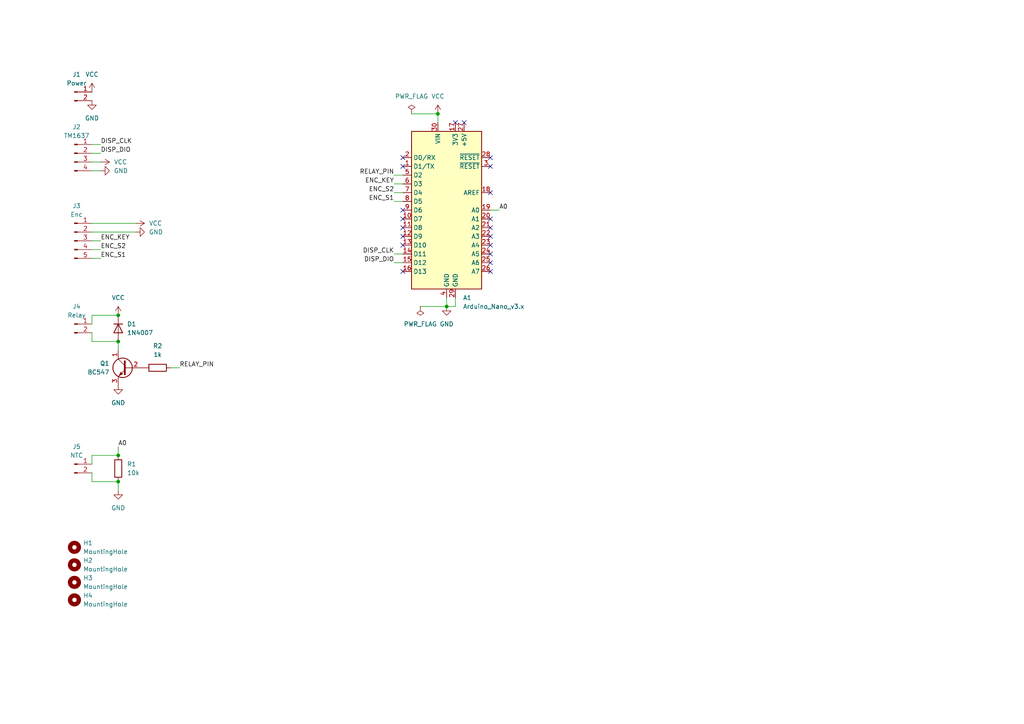
<source format=kicad_sch>
(kicad_sch (version 20231120) (generator "eeschema") (generator_version "8.0")
  (paper "A4")
  (lib_symbols
    (symbol "Connector:Conn_01x02_Pin" (pin_names (offset 1.016) hide)
      (property "Reference" "J" (at 0 2.54 0))
      (property "Value" "Conn_01x02_Pin" (at 0 -5.08 0))
      (symbol "Conn_01x02_Pin_1_1"
        (polyline (pts (xy 1.27 -2.54) (xy 0.8636 -2.54)) (stroke (width 0.1524)))
        (polyline (pts (xy 1.27 0) (xy 0.8636 0)) (stroke (width 0.1524)))
        (rectangle (start 0.8636 -2.413) (end 0 -2.667) (stroke (width 0.1524)) (fill (type outline)))
        (rectangle (start 0.8636 0.127) (end 0 -0.127) (stroke (width 0.1524)) (fill (type outline)))
        (pin passive line (at 5.08 0 180) (length 3.81) (name "Pin_1") (number "1"))
        (pin passive line (at 5.08 -2.54 180) (length 3.81) (name "Pin_2") (number "2"))
      )
    )
    (symbol "Connector:Conn_01x04_Pin" (pin_names (offset 1.016) hide)
      (property "Reference" "J" (at 0 5.08 0))
      (property "Value" "Conn_01x04_Pin" (at 0 -7.62 0))
      (symbol "Conn_01x04_Pin_1_1"
        (polyline (pts (xy 1.27 -5.08) (xy 0.8636 -5.08)) (stroke (width 0.1524)))
        (polyline (pts (xy 1.27 -2.54) (xy 0.8636 -2.54)) (stroke (width 0.1524)))
        (polyline (pts (xy 1.27 0) (xy 0.8636 0)) (stroke (width 0.1524)))
        (polyline (pts (xy 1.27 2.54) (xy 0.8636 2.54)) (stroke (width 0.1524)))
        (rectangle (start 0.8636 -4.953) (end 0 -5.207) (stroke (width 0.1524)) (fill (type outline)))
        (rectangle (start 0.8636 -2.413) (end 0 -2.667) (stroke (width 0.1524)) (fill (type outline)))
        (rectangle (start 0.8636 0.127) (end 0 -0.127) (stroke (width 0.1524)) (fill (type outline)))
        (rectangle (start 0.8636 2.667) (end 0 2.413) (stroke (width 0.1524)) (fill (type outline)))
        (pin passive line (at 5.08 2.54 180) (length 3.81) (name "Pin_1") (number "1"))
        (pin passive line (at 5.08 0 180) (length 3.81) (name "Pin_2") (number "2"))
        (pin passive line (at 5.08 -2.54 180) (length 3.81) (name "Pin_3") (number "3"))
        (pin passive line (at 5.08 -5.08 180) (length 3.81) (name "Pin_4") (number "4"))
      )
    )
    (symbol "Connector:Conn_01x05_Pin" (pin_names (offset 1.016) hide)
      (property "Reference" "J" (at 0 7.62 0))
      (property "Value" "Conn_01x05_Pin" (at 0 -7.62 0))
      (symbol "Conn_01x05_Pin_1_1"
        (polyline (pts (xy 1.27 -5.08) (xy 0.8636 -5.08)) (stroke (width 0.1524)))
        (polyline (pts (xy 1.27 -2.54) (xy 0.8636 -2.54)) (stroke (width 0.1524)))
        (polyline (pts (xy 1.27 0) (xy 0.8636 0)) (stroke (width 0.1524)))
        (polyline (pts (xy 1.27 2.54) (xy 0.8636 2.54)) (stroke (width 0.1524)))
        (polyline (pts (xy 1.27 5.08) (xy 0.8636 5.08)) (stroke (width 0.1524)))
        (rectangle (start 0.8636 -4.953) (end 0 -5.207) (stroke (width 0.1524)) (fill (type outline)))
        (rectangle (start 0.8636 -2.413) (end 0 -2.667) (stroke (width 0.1524)) (fill (type outline)))
        (rectangle (start 0.8636 0.127) (end 0 -0.127) (stroke (width 0.1524)) (fill (type outline)))
        (rectangle (start 0.8636 2.667) (end 0 2.413) (stroke (width 0.1524)) (fill (type outline)))
        (rectangle (start 0.8636 5.207) (end 0 4.953) (stroke (width 0.1524)) (fill (type outline)))
        (pin passive line (at 5.08 5.08 180) (length 3.81) (name "Pin_1") (number "1"))
        (pin passive line (at 5.08 2.54 180) (length 3.81) (name "Pin_2") (number "2"))
        (pin passive line (at 5.08 0 180) (length 3.81) (name "Pin_3") (number "3"))
        (pin passive line (at 5.08 -2.54 180) (length 3.81) (name "Pin_4") (number "4"))
        (pin passive line (at 5.08 -5.08 180) (length 3.81) (name "Pin_5") (number "5"))
      )
    )
    (symbol "Device:R" (pin_numbers hide) (pin_names (offset 0))
      (property "Reference" "R" (at 2.032 0 90))
      (property "Value" "R" (at 0 0 90))
      (symbol "R_0_1"
        (rectangle (start -1.016 -2.54) (end 1.016 2.54) (stroke (width 0.254)))
      )
      (symbol "R_1_1"
        (pin passive line (at 0 3.81 270) (length 1.27) (name "~") (number "1"))
        (pin passive line (at 0 -3.81 90) (length 1.27) (name "~") (number "2"))
      )
    )
    (symbol "Diode:1N4007" (pin_numbers hide) (pin_names hide)
      (property "Reference" "D" (at 0 2.54 0))
      (property "Value" "1N4007" (at 0 -2.54 0))
      (symbol "1N4007_0_1"
        (polyline (pts (xy -1.27 1.27) (xy -1.27 -1.27)) (stroke (width 0.254)))
        (polyline (pts (xy 1.27 0) (xy -1.27 0)))
        (polyline (pts (xy 1.27 1.27) (xy 1.27 -1.27) (xy -1.27 0) (xy 1.27 1.27)) (stroke (width 0.254)))
      )
      (symbol "1N4007_1_1"
        (pin passive line (at -3.81 0 0) (length 2.54) (name "K") (number "1"))
        (pin passive line (at 3.81 0 180) (length 2.54) (name "A") (number "2"))
      )
    )
    (symbol "MCU_Module:Arduino_Nano_v3.x"
      (property "Reference" "A" (at -10.16 23.495 0))
      (property "Value" "Arduino_Nano_v3.x" (at 5.08 -24.13 0))
      (symbol "Arduino_Nano_v3.x_0_1"
        (rectangle (start -10.16 22.86) (end 10.16 -22.86) (stroke (width 0.254)) (fill (type background)))
      )
      (symbol "Arduino_Nano_v3.x_1_1"
        (pin bidirectional line (at -12.7 12.7 0) (length 2.54) (name "D1/TX") (number "1"))
        (pin bidirectional line (at -12.7 -2.54 0) (length 2.54) (name "D7") (number "10"))
        (pin bidirectional line (at -12.7 -5.08 0) (length 2.54) (name "D8") (number "11"))
        (pin bidirectional line (at -12.7 -7.62 0) (length 2.54) (name "D9") (number "12"))
        (pin bidirectional line (at -12.7 -10.16 0) (length 2.54) (name "D10") (number "13"))
        (pin bidirectional line (at -12.7 -12.7 0) (length 2.54) (name "D11") (number "14"))
        (pin bidirectional line (at -12.7 -15.24 0) (length 2.54) (name "D12") (number "15"))
        (pin bidirectional line (at -12.7 -17.78 0) (length 2.54) (name "D13") (number "16"))
        (pin power_out line (at 2.54 25.4 270) (length 2.54) (name "3V3") (number "17"))
        (pin input line (at 12.7 5.08 180) (length 2.54) (name "AREF") (number "18"))
        (pin bidirectional line (at 12.7 0 180) (length 2.54) (name "A0") (number "19"))
        (pin bidirectional line (at -12.7 15.24 0) (length 2.54) (name "D0/RX") (number "2"))
        (pin bidirectional line (at 12.7 -2.54 180) (length 2.54) (name "A1") (number "20"))
        (pin bidirectional line (at 12.7 -5.08 180) (length 2.54) (name "A2") (number "21"))
        (pin bidirectional line (at 12.7 -7.62 180) (length 2.54) (name "A3") (number "22"))
        (pin bidirectional line (at 12.7 -10.16 180) (length 2.54) (name "A4") (number "23"))
        (pin bidirectional line (at 12.7 -12.7 180) (length 2.54) (name "A5") (number "24"))
        (pin bidirectional line (at 12.7 -15.24 180) (length 2.54) (name "A6") (number "25"))
        (pin bidirectional line (at 12.7 -17.78 180) (length 2.54) (name "A7") (number "26"))
        (pin power_out line (at 5.08 25.4 270) (length 2.54) (name "+5V") (number "27"))
        (pin input line (at 12.7 15.24 180) (length 2.54) (name "~{RESET}") (number "28"))
        (pin power_in line (at 2.54 -25.4 90) (length 2.54) (name "GND") (number "29"))
        (pin input line (at 12.7 12.7 180) (length 2.54) (name "~{RESET}") (number "3"))
        (pin power_in line (at -2.54 25.4 270) (length 2.54) (name "VIN") (number "30"))
        (pin power_in line (at 0 -25.4 90) (length 2.54) (name "GND") (number "4"))
        (pin bidirectional line (at -12.7 10.16 0) (length 2.54) (name "D2") (number "5"))
        (pin bidirectional line (at -12.7 7.62 0) (length 2.54) (name "D3") (number "6"))
        (pin bidirectional line (at -12.7 5.08 0) (length 2.54) (name "D4") (number "7"))
        (pin bidirectional line (at -12.7 2.54 0) (length 2.54) (name "D5") (number "8"))
        (pin bidirectional line (at -12.7 0 0) (length 2.54) (name "D6") (number "9"))
      )
    )
    (symbol "Mechanical:MountingHole" (pin_names (offset 1.016)) (exclude_from_sim yes) (in_bom no)
      (property "Reference" "H" (at 0 5.08 0))
      (property "Value" "MountingHole" (at 0 3.175 0))
      (symbol "MountingHole_0_1"
        (circle (center 0 0) (radius 1.27) (stroke (width 1.27)))
      )
    )
    (symbol "Transistor_BJT:BC547" (pin_names (offset 0) hide)
      (property "Reference" "Q" (at 5.08 1.905 0))
      (property "Value" "BC547" (at 5.08 0 0))
      (symbol "BC547_0_1"
        (polyline (pts (xy 0 0) (xy 0.635 0)))
        (polyline (pts (xy 0.635 0.635) (xy 2.54 2.54)))
        (polyline (pts (xy 0.635 -0.635) (xy 2.54 -2.54) (xy 2.54 -2.54)))
        (polyline (pts (xy 0.635 1.905) (xy 0.635 -1.905) (xy 0.635 -1.905)) (stroke (width 0.508)))
        (polyline (pts (xy 1.27 -1.778) (xy 1.778 -1.27) (xy 2.286 -2.286) (xy 1.27 -1.778) (xy 1.27 -1.778)) (fill (type outline)))
        (circle (center 1.27 0) (radius 2.8194) (stroke (width 0.254)))
      )
      (symbol "BC547_1_1"
        (pin passive line (at 2.54 5.08 270) (length 2.54) (name "C") (number "1"))
        (pin input line (at -5.08 0 0) (length 5.08) (name "B") (number "2"))
        (pin passive line (at 2.54 -5.08 90) (length 2.54) (name "E") (number "3"))
      )
    )
    (symbol "power:GND" (power) (pin_numbers hide) (pin_names (offset 0) hide)
      (property "Value" "GND" (at 0 -3.81 0))
      (symbol "GND_0_1"
        (polyline (pts (xy 0 0) (xy 0 -1.27) (xy 1.27 -1.27) (xy 0 -2.54) (xy -1.27 -1.27) (xy 0 -1.27)))
      )
      (symbol "GND_1_1"
        (pin power_in line (at 0 0 270) (length 0) (name "~") (number "1"))
      )
    )
    (symbol "power:PWR_FLAG" (power) (pin_numbers hide) (pin_names (offset 0) hide)
      (property "Value" "PWR_FLAG" (at 0 3.81 0))
      (symbol "PWR_FLAG_0_0"
        (pin power_out line (at 0 0 90) (length 0) (name "~") (number "1"))
      )
      (symbol "PWR_FLAG_0_1"
        (polyline (pts (xy 0 0) (xy 0 1.27) (xy -1.016 1.905) (xy 0 2.54) (xy 1.016 1.905) (xy 0 1.27)))
      )
    )
    (symbol "power:VCC" (power) (pin_numbers hide) (pin_names (offset 0) hide)
      (property "Value" "VCC" (at 0 3.556 0))
      (symbol "VCC_0_1"
        (polyline (pts (xy -0.762 1.27) (xy 0 2.54)))
        (polyline (pts (xy 0 0) (xy 0 2.54)))
        (polyline (pts (xy 0 2.54) (xy 0.762 1.27)))
      )
      (symbol "VCC_1_1"
        (pin power_in line (at 0 0 90) (length 0) (name "~") (number "1"))
      )
    )
  )
  (junction (at 129.54 88.9))
  (junction (at 34.29 99.06))
  (junction (at 34.29 91.44))
  (junction (at 34.29 132.08))
  (junction (at 127 33.02))
  (junction (at 34.29 139.7))
  (no_connect (at 132.08 35.56))
  (no_connect (at 142.24 63.5))
  (no_connect (at 116.84 63.5))
  (no_connect (at 142.24 66.04))
  (no_connect (at 142.24 76.2))
  (no_connect (at 116.84 45.72))
  (no_connect (at 116.84 71.12))
  (no_connect (at 116.84 68.58))
  (no_connect (at 142.24 48.26))
  (no_connect (at 142.24 55.88))
  (no_connect (at 142.24 73.66))
  (no_connect (at 142.24 71.12))
  (no_connect (at 116.84 60.96))
  (no_connect (at 134.62 35.56))
  (no_connect (at 142.24 45.72))
  (no_connect (at 116.84 66.04))
  (no_connect (at 142.24 68.58))
  (no_connect (at 116.84 48.26))
  (no_connect (at 116.84 78.74))
  (no_connect (at 142.24 78.74))
  (wire (pts (xy 26.67 139.7) (xy 34.29 139.7)))
  (wire (pts (xy 114.3 50.8) (xy 116.84 50.8)))
  (wire (pts (xy 29.21 49.53) (xy 26.67 49.53)))
  (wire (pts (xy 132.08 88.9) (xy 129.54 88.9)))
  (wire (pts (xy 114.3 53.34) (xy 116.84 53.34)))
  (wire (pts (xy 129.54 86.36) (xy 129.54 88.9)))
  (wire (pts (xy 144.78 60.96) (xy 142.24 60.96)))
  (wire (pts (xy 114.3 58.42) (xy 116.84 58.42)))
  (wire (pts (xy 34.29 129.54) (xy 34.29 132.08)))
  (wire (pts (xy 29.21 74.93) (xy 26.67 74.93)))
  (wire (pts (xy 29.21 46.99) (xy 26.67 46.99)))
  (wire (pts (xy 34.29 142.24) (xy 34.29 139.7)))
  (wire (pts (xy 119.38 33.02) (xy 127 33.02)))
  (wire (pts (xy 34.29 101.6) (xy 34.29 99.06)))
  (wire (pts (xy 114.3 55.88) (xy 116.84 55.88)))
  (wire (pts (xy 29.21 44.45) (xy 26.67 44.45)))
  (wire (pts (xy 132.08 86.36) (xy 132.08 88.9)))
  (wire (pts (xy 127 33.02) (xy 127 35.56)))
  (wire (pts (xy 52.07 106.68) (xy 49.53 106.68)))
  (wire (pts (xy 26.67 67.31) (xy 39.37 67.31)))
  (wire (pts (xy 29.21 69.85) (xy 26.67 69.85)))
  (wire (pts (xy 26.67 91.44) (xy 34.29 91.44)))
  (wire (pts (xy 29.21 41.91) (xy 26.67 41.91)))
  (wire (pts (xy 121.92 88.9) (xy 129.54 88.9)))
  (wire (pts (xy 29.21 72.39) (xy 26.67 72.39)))
  (wire (pts (xy 26.67 134.62) (xy 26.67 132.08)))
  (wire (pts (xy 26.67 96.52) (xy 26.67 99.06)))
  (wire (pts (xy 114.3 73.66) (xy 116.84 73.66)))
  (wire (pts (xy 26.67 99.06) (xy 34.29 99.06)))
  (wire (pts (xy 26.67 93.98) (xy 26.67 91.44)))
  (wire (pts (xy 26.67 132.08) (xy 34.29 132.08)))
  (wire (pts (xy 114.3 76.2) (xy 116.84 76.2)))
  (wire (pts (xy 26.67 137.16) (xy 26.67 139.7)))
  (wire (pts (xy 39.37 64.77) (xy 26.67 64.77)))
  (label "ENC_S2" (at 114.3 55.88 180))
  (label "DISP_DIO" (at 114.3 76.2 180))
  (label "DISP_CLK" (at 114.3 73.66 180))
  (label "DISP_CLK" (at 29.21 41.91 0))
  (label "ENC_KEY" (at 114.3 53.34 180))
  (label "A0" (at 144.78 60.96 0))
  (label "ENC_KEY" (at 29.21 69.85 0))
  (label "ENC_S2" (at 29.21 72.39 0))
  (label "RELAY_PIN" (at 52.07 106.68 0))
  (label "A0" (at 34.29 129.54 0))
  (label "RELAY_PIN" (at 114.3 50.8 180))
  (label "DISP_DIO" (at 29.21 44.45 0))
  (label "ENC_S1" (at 29.21 74.93 0))
  (label "ENC_S1" (at 114.3 58.42 180))
  (symbol (lib_id "power:VCC") (at 127 33.02 0) (unit 1)
    (property "Reference" "#PWR010" (effects (hide yes)))
    (property "Value" "VCC" (at 127 27.94 0))
    (property "Description" "Power symbol creates a global label with name \"VCC\"" (effects (hide yes)))
  )
  (symbol (lib_id "power:GND") (at 129.54 88.9 0) (unit 1)
    (property "Reference" "#PWR011" (effects (hide yes)))
    (property "Value" "GND" (at 129.54 93.98 0))
    (property "Description" "Power symbol creates a global label with name \"GND\" , ground" (effects (hide yes)))
  )
  (symbol (lib_id "power:VCC") (at 29.21 46.99 270) (unit 1)
    (property "Reference" "#PWR03" (effects (hide yes)))
    (property "Value" "VCC" (at 33.02 46.9899 90) (effects (justify left)))
    (property "Description" "Power symbol creates a global label with name \"VCC\"" (effects (hide yes)))
  )
  (symbol (lib_id "power:VCC") (at 39.37 64.77 270) (unit 1)
    (property "Reference" "#PWR08" (effects (hide yes)))
    (property "Value" "VCC" (at 43.18 64.7699 90) (effects (justify left)))
    (property "Description" "Power symbol creates a global label with name \"VCC\"" (effects (hide yes)))
  )
  (symbol (lib_id "MCU_Module:Arduino_Nano_v3.x") (at 129.54 60.96 0) (unit 1)
    (property "Reference" "A1" (at 134.2741 86.36 0) (effects (justify left)))
    (property "Value" "Arduino_Nano_v3.x" (at 134.2741 88.9 0) (effects (justify left)))
    (property "Footprint" "Module:Arduino_Nano" (effects (hide yes)))
    (property "Datasheet" "http://www.mouser.com/pdfdocs/Gravitech_Arduino_Nano3_0.pdf" (effects (hide yes)))
    (property "Description" "Arduino Nano v3.x" (effects (hide yes)))
  )
  (symbol (lib_id "Connector:Conn_01x05_Pin") (at 21.59 69.85 0) (unit 1)
    (property "Reference" "J3" (at 22.225 59.69 0))
    (property "Value" "Enc" (at 22.225 62.23 0))
    (property "Footprint" "Connector_PinHeader_2.54mm:PinHeader_1x05_P2.54mm_Vertical" (effects (hide yes)))
    (property "Description" "Generic connector, single row, 01x05, script generated" (effects (hide yes)))
  )
  (symbol (lib_id "Mechanical:MountingHole") (at 21.59 168.91 0) (unit 1) (exclude_from_sim yes) (in_bom no)
    (property "Reference" "H3" (at 24.13 167.6399 0) (effects (justify left)))
    (property "Value" "MountingHole" (at 24.13 170.1799 0) (effects (justify left)))
    (property "Footprint" "MountingHole:MountingHole_3.2mm_M3_DIN965_Pad" (effects (hide yes)))
    (property "Description" "Mounting Hole without connection" (effects (hide yes)))
  )
  (symbol (lib_id "Diode:1N4007") (at 34.29 95.25 270) (unit 1)
    (property "Reference" "D1" (at 36.83 93.9799 90) (effects (justify left)))
    (property "Value" "1N4007" (at 36.83 96.5199 90) (effects (justify left)))
    (property "Footprint" "Diode_THT:D_DO-41_SOD81_P10.16mm_Horizontal" (effects (hide yes)))
    (property "Datasheet" "http://www.vishay.com/docs/88503/1n4001.pdf" (effects (hide yes)))
    (property "Description" "1000V 1A General Purpose Rectifier Diode, DO-41" (effects (hide yes)))
    (property "Sim.Device" "D" (effects (hide yes)))
    (property "Sim.Pins" "1=K 2=A" (effects (hide yes)))
  )
  (symbol (lib_id "Connector:Conn_01x02_Pin") (at 21.59 26.67 0) (unit 1)
    (property "Reference" "J1" (at 22.225 21.59 0))
    (property "Value" "Power" (at 22.225 24.13 0))
    (property "Footprint" "Connector_PinHeader_2.54mm:PinHeader_1x02_P2.54mm_Vertical" (effects (hide yes)))
    (property "Description" "Generic connector, single row, 01x02, script generated" (effects (hide yes)))
  )
  (symbol (lib_id "Connector:Conn_01x04_Pin") (at 21.59 44.45 0) (unit 1)
    (property "Reference" "J2" (at 22.225 36.83 0))
    (property "Value" "TM1637" (at 22.225 39.37 0))
    (property "Footprint" "Connector_PinHeader_2.54mm:PinHeader_1x04_P2.54mm_Vertical" (effects (hide yes)))
    (property "Description" "Generic connector, single row, 01x04, script generated" (effects (hide yes)))
  )
  (symbol (lib_id "power:GND") (at 26.67 29.21 0) (unit 1)
    (property "Reference" "#PWR02" (effects (hide yes)))
    (property "Value" "GND" (at 26.67 34.29 0))
    (property "Description" "Power symbol creates a global label with name \"GND\" , ground" (effects (hide yes)))
  )
  (symbol (lib_id "power:GND") (at 34.29 111.76 0) (unit 1)
    (property "Reference" "#PWR06" (effects (hide yes)))
    (property "Value" "GND" (at 34.29 116.84 0))
    (property "Description" "Power symbol creates a global label with name \"GND\" , ground" (effects (hide yes)))
  )
  (symbol (lib_id "Mechanical:MountingHole") (at 21.59 163.83 0) (unit 1) (exclude_from_sim yes) (in_bom no)
    (property "Reference" "H2" (at 24.13 162.5599 0) (effects (justify left)))
    (property "Value" "MountingHole" (at 24.13 165.0999 0) (effects (justify left)))
    (property "Footprint" "MountingHole:MountingHole_3.2mm_M3_DIN965_Pad" (effects (hide yes)))
    (property "Description" "Mounting Hole without connection" (effects (hide yes)))
  )
  (symbol (lib_id "Mechanical:MountingHole") (at 21.59 158.75 0) (unit 1) (exclude_from_sim yes) (in_bom no)
    (property "Reference" "H1" (at 24.13 157.4799 0) (effects (justify left)))
    (property "Value" "MountingHole" (at 24.13 160.0199 0) (effects (justify left)))
    (property "Footprint" "MountingHole:MountingHole_3.2mm_M3_DIN965_Pad" (effects (hide yes)))
    (property "Description" "Mounting Hole without connection" (effects (hide yes)))
  )
  (symbol (lib_id "Connector:Conn_01x02_Pin") (at 21.59 93.98 0) (unit 1)
    (property "Reference" "J4" (at 22.225 88.9 0))
    (property "Value" "Relay" (at 22.225 91.44 0))
    (property "Footprint" "Connector_PinHeader_2.54mm:PinHeader_1x02_P2.54mm_Vertical" (effects (hide yes)))
    (property "Description" "Generic connector, single row, 01x02, script generated" (effects (hide yes)))
  )
  (symbol (lib_id "power:GND") (at 29.21 49.53 90) (unit 1)
    (property "Reference" "#PWR04" (effects (hide yes)))
    (property "Value" "GND" (at 33.02 49.5299 90) (effects (justify right)))
    (property "Description" "Power symbol creates a global label with name \"GND\" , ground" (effects (hide yes)))
  )
  (symbol (lib_id "power:VCC") (at 26.67 26.67 0) (unit 1)
    (property "Reference" "#PWR01" (effects (hide yes)))
    (property "Value" "VCC" (at 26.67 21.59 0))
    (property "Description" "Power symbol creates a global label with name \"VCC\"" (effects (hide yes)))
  )
  (symbol (lib_id "power:PWR_FLAG") (at 121.92 88.9 0) (mirror x) (unit 1)
    (property "Reference" "#FLG02" (effects (hide yes)))
    (property "Value" "PWR_FLAG" (at 121.92 93.98 0))
    (property "Description" "Special symbol for telling ERC where power comes from" (effects (hide yes)))
  )
  (symbol (lib_id "power:GND") (at 34.29 142.24 0) (unit 1)
    (property "Reference" "#PWR07" (effects (hide yes)))
    (property "Value" "GND" (at 34.29 147.32 0))
    (property "Description" "Power symbol creates a global label with name \"GND\" , ground" (effects (hide yes)))
  )
  (symbol (lib_id "power:VCC") (at 34.29 91.44 0) (unit 1)
    (property "Reference" "#PWR05" (effects (hide yes)))
    (property "Value" "VCC" (at 34.29 86.36 0))
    (property "Description" "Power symbol creates a global label with name \"VCC\"" (effects (hide yes)))
  )
  (symbol (lib_id "Mechanical:MountingHole") (at 21.59 173.99 0) (unit 1) (exclude_from_sim yes) (in_bom no)
    (property "Reference" "H4" (at 24.13 172.7199 0) (effects (justify left)))
    (property "Value" "MountingHole" (at 24.13 175.2599 0) (effects (justify left)))
    (property "Footprint" "MountingHole:MountingHole_3.2mm_M3_DIN965_Pad" (effects (hide yes)))
    (property "Description" "Mounting Hole without connection" (effects (hide yes)))
  )
  (symbol (lib_id "Transistor_BJT:BC547") (at 36.83 106.68 0) (mirror y) (unit 1)
    (property "Reference" "Q1" (at 31.75 105.4099 0) (effects (justify left)))
    (property "Value" "BC547" (at 31.75 107.9499 0) (effects (justify left)))
    (property "Footprint" "Package_TO_SOT_THT:TO-92_Inline" (effects (hide yes)))
    (property "Datasheet" "https://www.onsemi.com/pub/Collateral/BC550-D.pdf" (effects (hide yes)))
    (property "Description" "0.1A Ic, 45V Vce, Small Signal NPN Transistor, TO-92" (effects (hide yes)))
  )
  (symbol (lib_id "power:GND") (at 39.37 67.31 90) (unit 1)
    (property "Reference" "#PWR09" (effects (hide yes)))
    (property "Value" "GND" (at 43.18 67.3099 90) (effects (justify right)))
    (property "Description" "Power symbol creates a global label with name \"GND\" , ground" (effects (hide yes)))
  )
  (symbol (lib_id "Connector:Conn_01x02_Pin") (at 21.59 134.62 0) (unit 1)
    (property "Reference" "J5" (at 22.225 129.54 0))
    (property "Value" "NTC" (at 22.225 132.08 0))
    (property "Footprint" "Connector_PinHeader_2.54mm:PinHeader_1x02_P2.54mm_Vertical" (effects (hide yes)))
    (property "Description" "Generic connector, single row, 01x02, script generated" (effects (hide yes)))
  )
  (symbol (lib_id "Device:R") (at 34.29 135.89 0) (unit 1)
    (property "Reference" "R1" (at 36.83 134.6199 0) (effects (justify left)))
    (property "Value" "10k" (at 36.83 137.1599 0) (effects (justify left)))
    (property "Footprint" "Resistor_THT:R_Axial_DIN0207_L6.3mm_D2.5mm_P10.16mm_Horizontal" (effects (hide yes)))
    (property "Description" "Resistor" (effects (hide yes)))
  )
  (symbol (lib_id "Device:R") (at 45.72 106.68 90) (unit 1)
    (property "Reference" "R2" (at 45.72 100.33 90))
    (property "Value" "1k" (at 45.72 102.87 90))
    (property "Footprint" "Resistor_THT:R_Axial_DIN0207_L6.3mm_D2.5mm_P10.16mm_Horizontal" (effects (hide yes)))
    (property "Description" "Resistor" (effects (hide yes)))
  )
  (symbol (lib_id "power:PWR_FLAG") (at 119.38 33.02 0) (unit 1)
    (property "Reference" "#FLG01" (effects (hide yes)))
    (property "Value" "PWR_FLAG" (at 119.38 27.94 0))
    (property "Description" "Special symbol for telling ERC where power comes from" (effects (hide yes)))
  )
)
</source>
